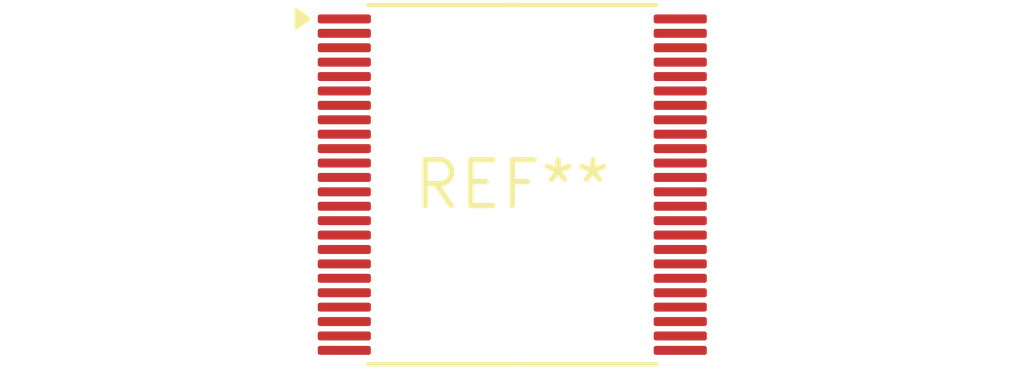
<source format=kicad_pcb>
(kicad_pcb (version 20240108) (generator pcbnew)
  (layers (0 "F.Cu" signal) (31 "B.Cu" signal) (34 "B.Paste" user) (35 "F.Paste" user) (36 "B.SilkS" user "B.Silkscreen") (37 "F.SilkS" user "F.Silkscreen") (38 "B.Mask" user) (39 "F.Mask" user) (44 "Edge.Cuts" user))
  (net 0 "")
  (footprint "TSSOP-48_8x9.7mm_P0.4mm" (layer "F.Cu") (at 0 0)
    (property "Reference" "REF**")
    (property "Value" "TSSOP-48_8x9.7mm_P0.4mm")
    (fp_line (start 0 -4.985) (end -4 -4.985) (layer "F.SilkS") (stroke (width 0.12)))
    (fp_line (start 0 -4.985) (end 4 -4.985) (layer "F.SilkS") (stroke (width 0.12)))
    (fp_line (start 0 4.985) (end -4 4.985) (layer "F.SilkS") (stroke (width 0.12)))
    (fp_line (start 0 4.985) (end 4 4.985) (layer "F.SilkS") (stroke (width 0.12)))
    (fp_poly (pts (xy -5.66 -4.6) (xy -5.99 -4.84) (xy -5.99 -4.36) (xy -5.66 -4.6)) (layer "F.SilkS") (stroke (width 0.12)) (fill solid))
    (pad "1" smd roundrect (at -4.6625 -4.6) (size 1.475 0.25) (layers "F.Cu" "F.Paste" "F.Mask"))
    (pad "2" smd roundrect (at -4.6625 -4.2) (size 1.475 0.25) (layers "F.Cu" "F.Paste" "F.Mask"))
    (pad "3" smd roundrect (at -4.6625 -3.8) (size 1.475 0.25) (layers "F.Cu" "F.Paste" "F.Mask"))
    (pad "4" smd roundrect (at -4.6625 -3.4) (size 1.475 0.25) (layers "F.Cu" "F.Paste" "F.Mask"))
    (pad "5" smd roundrect (at -4.6625 -3) (size 1.475 0.25) (layers "F.Cu" "F.Paste" "F.Mask"))
    (pad "6" smd roundrect (at -4.6625 -2.6) (size 1.475 0.25) (layers "F.Cu" "F.Paste" "F.Mask"))
    (pad "7" smd roundrect (at -4.6625 -2.2) (size 1.475 0.25) (layers "F.Cu" "F.Paste" "F.Mask"))
    (pad "8" smd roundrect (at -4.6625 -1.8) (size 1.475 0.25) (layers "F.Cu" "F.Paste" "F.Mask"))
    (pad "9" smd roundrect (at -4.6625 -1.4) (size 1.475 0.25) (layers "F.Cu" "F.Paste" "F.Mask"))
    (pad "10" smd roundrect (at -4.6625 -1) (size 1.475 0.25) (layers "F.Cu" "F.Paste" "F.Mask"))
    (pad "11" smd roundrect (at -4.6625 -0.6) (size 1.475 0.25) (layers "F.Cu" "F.Paste" "F.Mask"))
    (pad "12" smd roundrect (at -4.6625 -0.2) (size 1.475 0.25) (layers "F.Cu" "F.Paste" "F.Mask"))
    (pad "13" smd roundrect (at -4.6625 0.2) (size 1.475 0.25) (layers "F.Cu" "F.Paste" "F.Mask"))
    (pad "14" smd roundrect (at -4.6625 0.6) (size 1.475 0.25) (layers "F.Cu" "F.Paste" "F.Mask"))
    (pad "15" smd roundrect (at -4.6625 1) (size 1.475 0.25) (layers "F.Cu" "F.Paste" "F.Mask"))
    (pad "16" smd roundrect (at -4.6625 1.4) (size 1.475 0.25) (layers "F.Cu" "F.Paste" "F.Mask"))
    (pad "17" smd roundrect (at -4.6625 1.8) (size 1.475 0.25) (layers "F.Cu" "F.Paste" "F.Mask"))
    (pad "18" smd roundrect (at -4.6625 2.2) (size 1.475 0.25) (layers "F.Cu" "F.Paste" "F.Mask"))
    (pad "19" smd roundrect (at -4.6625 2.6) (size 1.475 0.25) (layers "F.Cu" "F.Paste" "F.Mask"))
    (pad "20" smd roundrect (at -4.6625 3) (size 1.475 0.25) (layers "F.Cu" "F.Paste" "F.Mask"))
    (pad "21" smd roundrect (at -4.6625 3.4) (size 1.475 0.25) (layers "F.Cu" "F.Paste" "F.Mask"))
    (pad "22" smd roundrect (at -4.6625 3.8) (size 1.475 0.25) (layers "F.Cu" "F.Paste" "F.Mask"))
    (pad "23" smd roundrect (at -4.6625 4.2) (size 1.475 0.25) (layers "F.Cu" "F.Paste" "F.Mask"))
    (pad "24" smd roundrect (at -4.6625 4.6) (size 1.475 0.25) (layers "F.Cu" "F.Paste" "F.Mask"))
    (pad "25" smd roundrect (at 4.6625 4.6) (size 1.475 0.25) (layers "F.Cu" "F.Paste" "F.Mask"))
    (pad "26" smd roundrect (at 4.6625 4.2) (size 1.475 0.25) (layers "F.Cu" "F.Paste" "F.Mask"))
    (pad "27" smd roundrect (at 4.6625 3.8) (size 1.475 0.25) (layers "F.Cu" "F.Paste" "F.Mask"))
    (pad "28" smd roundrect (at 4.6625 3.4) (size 1.475 0.25) (layers "F.Cu" "F.Paste" "F.Mask"))
    (pad "29" smd roundrect (at 4.6625 3) (size 1.475 0.25) (layers "F.Cu" "F.Paste" "F.Mask"))
    (pad "30" smd roundrect (at 4.6625 2.6) (size 1.475 0.25) (layers "F.Cu" "F.Paste" "F.Mask"))
    (pad "31" smd roundrect (at 4.6625 2.2) (size 1.475 0.25) (layers "F.Cu" "F.Paste" "F.Mask"))
    (pad "32" smd roundrect (at 4.6625 1.8) (size 1.475 0.25) (layers "F.Cu" "F.Paste" "F.Mask"))
    (pad "33" smd roundrect (at 4.6625 1.4) (size 1.475 0.25) (layers "F.Cu" "F.Paste" "F.Mask"))
    (pad "34" smd roundrect (at 4.6625 1) (size 1.475 0.25) (layers "F.Cu" "F.Paste" "F.Mask"))
    (pad "35" smd roundrect (at 4.6625 0.6) (size 1.475 0.25) (layers "F.Cu" "F.Paste" "F.Mask"))
    (pad "36" smd roundrect (at 4.6625 0.2) (size 1.475 0.25) (layers "F.Cu" "F.Paste" "F.Mask"))
    (pad "37" smd roundrect (at 4.6625 -0.2) (size 1.475 0.25) (layers "F.Cu" "F.Paste" "F.Mask"))
    (pad "38" smd roundrect (at 4.6625 -0.6) (size 1.475 0.25) (layers "F.Cu" "F.Paste" "F.Mask"))
    (pad "39" smd roundrect (at 4.6625 -1) (size 1.475 0.25) (layers "F.Cu" "F.Paste" "F.Mask"))
    (pad "40" smd roundrect (at 4.6625 -1.4) (size 1.475 0.25) (layers "F.Cu" "F.Paste" "F.Mask"))
    (pad "41" smd roundrect (at 4.6625 -1.8) (size 1.475 0.25) (layers "F.Cu" "F.Paste" "F.Mask"))
    (pad "42" smd roundrect (at 4.6625 -2.2) (size 1.475 0.25) (layers "F.Cu" "F.Paste" "F.Mask"))
    (pad "43" smd roundrect (at 4.6625 -2.6) (size 1.475 0.25) (layers "F.Cu" "F.Paste" "F.Mask"))
    (pad "44" smd roundrect (at 4.6625 -3) (size 1.475 0.25) (layers "F.Cu" "F.Paste" "F.Mask"))
    (pad "45" smd roundrect (at 4.6625 -3.4) (size 1.475 0.25) (layers "F.Cu" "F.Paste" "F.Mask"))
    (pad "46" smd roundrect (at 4.6625 -3.8) (size 1.475 0.25) (layers "F.Cu" "F.Paste" "F.Mask"))
    (pad "47" smd roundrect (at 4.6625 -4.2) (size 1.475 0.25) (layers "F.Cu" "F.Paste" "F.Mask"))
    (pad "48" smd roundrect (at 4.6625 -4.6) (size 1.475 0.25) (layers "F.Cu" "F.Paste" "F.Mask"))
  )
)
</source>
